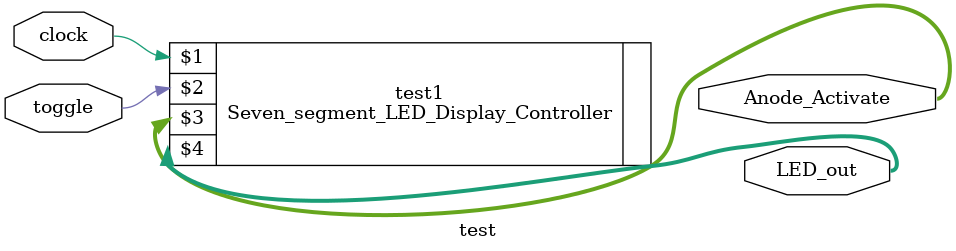
<source format=v>
`timescale 1ns / 1ps


module test(
    input clock,
    input toggle,
    output [3:0] Anode_Activate,
    output [6:0] LED_out
    );
    //reg reset = 0;
    //assign reset
    
    //always @ (posedge toggle)
    
    //begin
    //    reset <= 1; #10
    //    reset <= 0;
    //end
    Seven_segment_LED_Display_Controller test1(clock, toggle, Anode_Activate, LED_out);
endmodule

</source>
